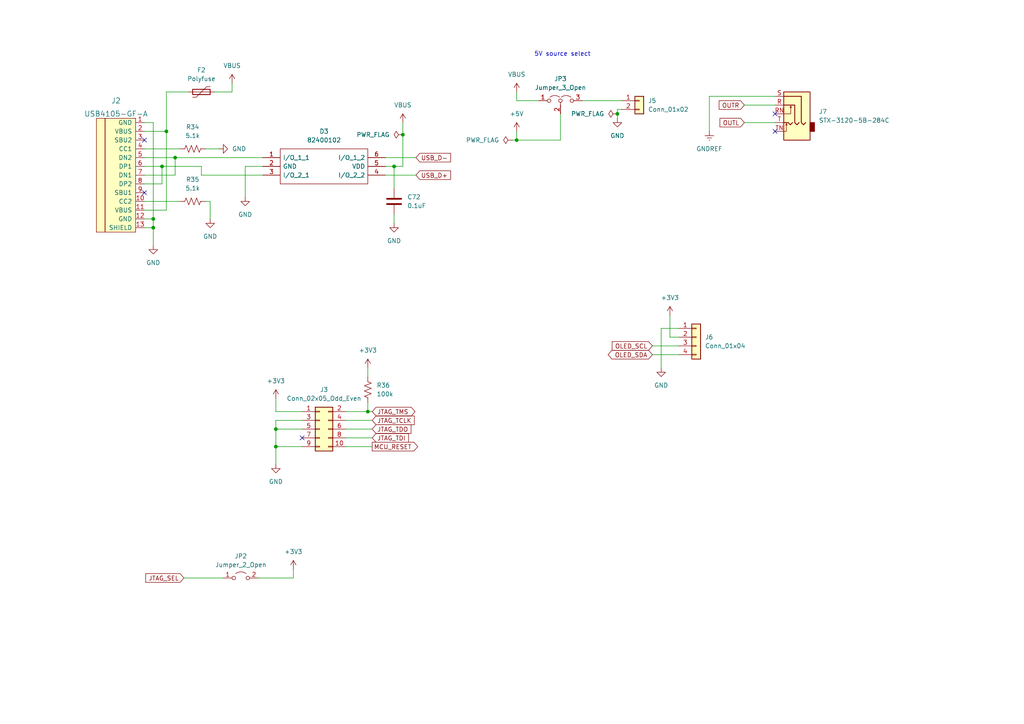
<source format=kicad_sch>
(kicad_sch (version 20211123) (generator eeschema)
  (paper "A4")
  (lib_symbols
    (symbol "Connector:AudioJack3_SwitchTR"
      (property "Reference" "J" (at 0 8.89 0))
      (property "Value" "AudioJack3_SwitchTR" (at 0 6.35 0))
      (symbol "AudioJack3_SwitchTR_0_1"
        (rectangle (start -5.08 -5.08) (end -6.35 -7.62) (stroke (width 0.254)) (fill (type outline)))
        (polyline (pts (xy 0.508 -0.254) (xy 0.762 -0.762)))
        (polyline (pts (xy 1.778 -5.334) (xy 2.032 -5.842)))
        (polyline (pts (xy 0 -5.08) (xy 0.635 -5.715) (xy 1.27 -5.08) (xy 2.54 -5.08)) (stroke (width 0.254)))
        (polyline (pts (xy 2.54 -7.62) (xy 1.778 -7.62) (xy 1.778 -5.334) (xy 1.524 -5.842)))
        (polyline (pts (xy 2.54 -2.54) (xy 0.508 -2.54) (xy 0.508 -0.254) (xy 0.254 -0.762)))
        (polyline (pts (xy -1.905 -5.08) (xy -1.27 -5.715) (xy -0.635 -5.08) (xy -0.635 0) (xy 2.54 0)) (stroke (width 0.254)))
        (polyline (pts (xy 2.54 2.54) (xy -2.54 2.54) (xy -2.54 -5.08) (xy -3.175 -5.715) (xy -3.81 -5.08)) (stroke (width 0.254)))
        (rectangle (start 2.54 3.81) (end -5.08 -10.16) (stroke (width 0.254)) (fill (type background)))
      )
      (symbol "AudioJack3_SwitchTR_1_1"
        (pin passive line (at 5.08 0 180) (length 2.54) (name "~") (number "R"))
        (pin passive line (at 5.08 -2.54 180) (length 2.54) (name "~") (number "RN"))
        (pin passive line (at 5.08 2.54 180) (length 2.54) (name "~") (number "S"))
        (pin passive line (at 5.08 -5.08 180) (length 2.54) (name "~") (number "T"))
        (pin passive line (at 5.08 -7.62 180) (length 2.54) (name "~") (number "TN"))
      )
    )
    (symbol "Connector_Generic:Conn_01x02" (pin_names (offset 1.016) hide)
      (property "Reference" "J" (at 0 2.54 0))
      (property "Value" "Conn_01x02" (at 0 -5.08 0))
      (symbol "Conn_01x02_1_1"
        (rectangle (start -1.27 -2.413) (end 0 -2.667) (stroke (width 0.1524)))
        (rectangle (start -1.27 0.127) (end 0 -0.127) (stroke (width 0.1524)))
        (rectangle (start -1.27 1.27) (end 1.27 -3.81) (stroke (width 0.254)) (fill (type background)))
        (pin passive line (at -5.08 0 0) (length 3.81) (name "Pin_1") (number "1"))
        (pin passive line (at -5.08 -2.54 0) (length 3.81) (name "Pin_2") (number "2"))
      )
    )
    (symbol "Connector_Generic:Conn_01x04" (pin_names (offset 1.016) hide)
      (property "Reference" "J" (at 0 5.08 0))
      (property "Value" "Conn_01x04" (at 0 -7.62 0))
      (symbol "Conn_01x04_1_1"
        (rectangle (start -1.27 -4.953) (end 0 -5.207) (stroke (width 0.1524)))
        (rectangle (start -1.27 -2.413) (end 0 -2.667) (stroke (width 0.1524)))
        (rectangle (start -1.27 0.127) (end 0 -0.127) (stroke (width 0.1524)))
        (rectangle (start -1.27 2.667) (end 0 2.413) (stroke (width 0.1524)))
        (rectangle (start -1.27 3.81) (end 1.27 -6.35) (stroke (width 0.254)) (fill (type background)))
        (pin passive line (at -5.08 2.54 0) (length 3.81) (name "Pin_1") (number "1"))
        (pin passive line (at -5.08 0 0) (length 3.81) (name "Pin_2") (number "2"))
        (pin passive line (at -5.08 -2.54 0) (length 3.81) (name "Pin_3") (number "3"))
        (pin passive line (at -5.08 -5.08 0) (length 3.81) (name "Pin_4") (number "4"))
      )
    )
    (symbol "Connector_Generic:Conn_02x05_Odd_Even" (pin_names (offset 1.016) hide)
      (property "Reference" "J" (at 1.27 7.62 0))
      (property "Value" "Conn_02x05_Odd_Even" (at 1.27 -7.62 0))
      (symbol "Conn_02x05_Odd_Even_1_1"
        (rectangle (start -1.27 -4.953) (end 0 -5.207) (stroke (width 0.1524)))
        (rectangle (start -1.27 -2.413) (end 0 -2.667) (stroke (width 0.1524)))
        (rectangle (start -1.27 0.127) (end 0 -0.127) (stroke (width 0.1524)))
        (rectangle (start -1.27 2.667) (end 0 2.413) (stroke (width 0.1524)))
        (rectangle (start -1.27 5.207) (end 0 4.953) (stroke (width 0.1524)))
        (rectangle (start -1.27 6.35) (end 3.81 -6.35) (stroke (width 0.254)) (fill (type background)))
        (rectangle (start 3.81 -4.953) (end 2.54 -5.207) (stroke (width 0.1524)))
        (rectangle (start 3.81 -2.413) (end 2.54 -2.667) (stroke (width 0.1524)))
        (rectangle (start 3.81 0.127) (end 2.54 -0.127) (stroke (width 0.1524)))
        (rectangle (start 3.81 2.667) (end 2.54 2.413) (stroke (width 0.1524)))
        (rectangle (start 3.81 5.207) (end 2.54 4.953) (stroke (width 0.1524)))
        (pin passive line (at -5.08 5.08 0) (length 3.81) (name "Pin_1") (number "1"))
        (pin passive line (at 7.62 -5.08 180) (length 3.81) (name "Pin_10") (number "10"))
        (pin passive line (at 7.62 5.08 180) (length 3.81) (name "Pin_2") (number "2"))
        (pin passive line (at -5.08 2.54 0) (length 3.81) (name "Pin_3") (number "3"))
        (pin passive line (at 7.62 2.54 180) (length 3.81) (name "Pin_4") (number "4"))
        (pin passive line (at -5.08 0 0) (length 3.81) (name "Pin_5") (number "5"))
        (pin passive line (at 7.62 0 180) (length 3.81) (name "Pin_6") (number "6"))
        (pin passive line (at -5.08 -2.54 0) (length 3.81) (name "Pin_7") (number "7"))
        (pin passive line (at 7.62 -2.54 180) (length 3.81) (name "Pin_8") (number "8"))
        (pin passive line (at -5.08 -5.08 0) (length 3.81) (name "Pin_9") (number "9"))
      )
    )
    (symbol "Device:C" (pin_numbers hide) (pin_names (offset 0.254))
      (property "Reference" "C" (at 0.635 2.54 0))
      (property "Value" "C" (at 0.635 -2.54 0))
      (symbol "C_0_1"
        (polyline (pts (xy -2.032 -0.762) (xy 2.032 -0.762)) (stroke (width 0.508)))
        (polyline (pts (xy -2.032 0.762) (xy 2.032 0.762)) (stroke (width 0.508)))
      )
      (symbol "C_1_1"
        (pin passive line (at 0 3.81 270) (length 2.794) (name "~") (number "1"))
        (pin passive line (at 0 -3.81 90) (length 2.794) (name "~") (number "2"))
      )
    )
    (symbol "Device:Polyfuse" (pin_numbers hide) (pin_names (offset 0))
      (property "Reference" "F" (at -2.54 0 90))
      (property "Value" "Polyfuse" (at 2.54 0 90))
      (symbol "Polyfuse_0_1"
        (rectangle (start -0.762 2.54) (end 0.762 -2.54) (stroke (width 0.254)))
        (polyline (pts (xy 0 2.54) (xy 0 -2.54)))
        (polyline (pts (xy -1.524 2.54) (xy -1.524 1.524) (xy 1.524 -1.524) (xy 1.524 -2.54)))
      )
      (symbol "Polyfuse_1_1"
        (pin passive line (at 0 3.81 270) (length 1.27) (name "~") (number "1"))
        (pin passive line (at 0 -3.81 90) (length 1.27) (name "~") (number "2"))
      )
    )
    (symbol "Device:R_US" (pin_numbers hide) (pin_names (offset 0))
      (property "Reference" "R" (at 2.54 0 90))
      (property "Value" "R_US" (at -2.54 0 90))
      (symbol "R_US_0_1"
        (polyline (pts (xy 0 -2.286) (xy 0 -2.54)))
        (polyline (pts (xy 0 2.286) (xy 0 2.54)))
        (polyline (pts (xy 0 -0.762) (xy 1.016 -1.143) (xy 0 -1.524) (xy -1.016 -1.905) (xy 0 -2.286)))
        (polyline (pts (xy 0 0.762) (xy 1.016 0.381) (xy 0 0) (xy -1.016 -0.381) (xy 0 -0.762)))
        (polyline (pts (xy 0 2.286) (xy 1.016 1.905) (xy 0 1.524) (xy -1.016 1.143) (xy 0 0.762)))
      )
      (symbol "R_US_1_1"
        (pin passive line (at 0 3.81 270) (length 1.27) (name "~") (number "1"))
        (pin passive line (at 0 -3.81 90) (length 1.27) (name "~") (number "2"))
      )
    )
    (symbol "Jumper:Jumper_2_Open" (pin_names (offset 0) hide)
      (property "Reference" "JP" (at 0 2.794 0))
      (property "Value" "Jumper_2_Open" (at 0 -2.286 0))
      (symbol "Jumper_2_Open_0_0"
        (circle (center -2.032 0) (radius 0.508))
        (circle (center 2.032 0) (radius 0.508))
      )
      (symbol "Jumper_2_Open_0_1"
        (arc (start 1.524 1.27) (mid 0 1.778) (end -1.524 1.27))
      )
      (symbol "Jumper_2_Open_1_1"
        (pin passive line (at -5.08 0 0) (length 2.54) (name "A") (number "1"))
        (pin passive line (at 5.08 0 180) (length 2.54) (name "B") (number "2"))
      )
    )
    (symbol "Jumper:Jumper_3_Open" (pin_names (offset 0) hide)
      (property "Reference" "JP" (at -2.54 -2.54 0))
      (property "Value" "Jumper_3_Open" (at 0 2.794 0))
      (symbol "Jumper_3_Open_0_0"
        (circle (center -3.302 0) (radius 0.508))
        (circle (center 0 0) (radius 0.508))
        (circle (center 3.302 0) (radius 0.508))
      )
      (symbol "Jumper_3_Open_0_1"
        (arc (start -0.254 1.016) (mid -1.651 1.4992) (end -3.048 1.016))
        (polyline (pts (xy 0 -0.508) (xy 0 -1.27)))
        (arc (start 3.048 1.016) (mid 1.651 1.4992) (end 0.254 1.016))
      )
      (symbol "Jumper_3_Open_1_1"
        (pin passive line (at -6.35 0 0) (length 2.54) (name "A") (number "1"))
        (pin input line (at 0 -3.81 90) (length 2.54) (name "C") (number "2"))
        (pin passive line (at 6.35 0 180) (length 2.54) (name "B") (number "3"))
      )
    )
    (symbol "SamacSys_Parts:82400102" (pin_names (offset 0.762))
      (property "Reference" "D" (at 31.75 7.62 0))
      (property "Value" "82400102" (at 31.75 5.08 0))
      (symbol "82400102_0_0"
        (pin passive line (at 0 0 0) (length 5.08) (name "I/O_1_1") (number "1"))
        (pin passive line (at 0 -2.54 0) (length 5.08) (name "GND") (number "2"))
        (pin passive line (at 0 -5.08 0) (length 5.08) (name "I/O_2_1") (number "3"))
        (pin passive line (at 35.56 -5.08 180) (length 5.08) (name "I/O_2_2") (number "4"))
        (pin passive line (at 35.56 -2.54 180) (length 5.08) (name "VDD") (number "5"))
        (pin passive line (at 35.56 0 180) (length 5.08) (name "I/O_1_2") (number "6"))
      )
      (symbol "82400102_0_1"
        (polyline (pts (xy 5.08 2.54) (xy 30.48 2.54) (xy 30.48 -7.62) (xy 5.08 -7.62) (xy 5.08 2.54)) (stroke (width 0.1524)))
      )
    )
    (symbol "Type-C:HRO-TYPE-C-31-M-12" (pin_names (offset 1.016))
      (property "Reference" "USB" (at -5.08 16.51 0))
      (property "Value" "HRO-TYPE-C-31-M-12" (at -10.16 -1.27 90))
      (symbol "HRO-TYPE-C-31-M-12_0_1"
        (rectangle (start -11.43 15.24) (end -8.89 -17.78) (fill (type background)))
        (rectangle (start 0 -17.78) (end -8.89 15.24) (fill (type background)))
      )
      (symbol "HRO-TYPE-C-31-M-12_1_1"
        (pin input line (at 2.54 13.97 180) (length 2.54) (name "GND") (number "1"))
        (pin input line (at 2.54 -8.89 180) (length 2.54) (name "CC2") (number "10"))
        (pin input line (at 2.54 -11.43 180) (length 2.54) (name "VBUS") (number "11"))
        (pin input line (at 2.54 -13.97 180) (length 2.54) (name "GND") (number "12"))
        (pin input line (at 2.54 -16.51 180) (length 2.54) (name "SHIELD") (number "13"))
        (pin input line (at 2.54 11.43 180) (length 2.54) (name "VBUS") (number "2"))
        (pin input line (at 2.54 8.89 180) (length 2.54) (name "SBU2") (number "3"))
        (pin input line (at 2.54 6.35 180) (length 2.54) (name "CC1") (number "4"))
        (pin input line (at 2.54 3.81 180) (length 2.54) (name "DN2") (number "5"))
        (pin input line (at 2.54 1.27 180) (length 2.54) (name "DP1") (number "6"))
        (pin input line (at 2.54 -1.27 180) (length 2.54) (name "DN1") (number "7"))
        (pin input line (at 2.54 -3.81 180) (length 2.54) (name "DP2") (number "8"))
        (pin input line (at 2.54 -6.35 180) (length 2.54) (name "SBU1") (number "9"))
      )
    )
    (symbol "power:+3.3V" (power) (pin_names (offset 0))
      (property "Value" "+3.3V" (at 0 3.556 0))
      (symbol "+3.3V_0_1"
        (polyline (pts (xy -0.762 1.27) (xy 0 2.54)))
        (polyline (pts (xy 0 0) (xy 0 2.54)))
        (polyline (pts (xy 0 2.54) (xy 0.762 1.27)))
      )
      (symbol "+3.3V_1_1"
        (pin power_in line (at 0 0 90) (length 0) hide (name "+3V3") (number "1"))
      )
    )
    (symbol "power:+5V" (power) (pin_names (offset 0))
      (property "Value" "+5V" (at 0 3.556 0))
      (symbol "+5V_0_1"
        (polyline (pts (xy -0.762 1.27) (xy 0 2.54)))
        (polyline (pts (xy 0 0) (xy 0 2.54)))
        (polyline (pts (xy 0 2.54) (xy 0.762 1.27)))
      )
      (symbol "+5V_1_1"
        (pin power_in line (at 0 0 90) (length 0) hide (name "+5V") (number "1"))
      )
    )
    (symbol "power:GND" (power) (pin_names (offset 0))
      (property "Value" "GND" (at 0 -3.81 0))
      (symbol "GND_0_1"
        (polyline (pts (xy 0 0) (xy 0 -1.27) (xy 1.27 -1.27) (xy 0 -2.54) (xy -1.27 -1.27) (xy 0 -1.27)))
      )
      (symbol "GND_1_1"
        (pin power_in line (at 0 0 270) (length 0) hide (name "GND") (number "1"))
      )
    )
    (symbol "power:GNDREF" (power) (pin_names (offset 0))
      (property "Value" "GNDREF" (at 0 -3.81 0))
      (symbol "GNDREF_0_1"
        (polyline (pts (xy -0.635 -1.905) (xy 0.635 -1.905)))
        (polyline (pts (xy -0.127 -2.54) (xy 0.127 -2.54)))
        (polyline (pts (xy 0 -1.27) (xy 0 0)))
        (polyline (pts (xy 1.27 -1.27) (xy -1.27 -1.27)))
      )
      (symbol "GNDREF_1_1"
        (pin power_in line (at 0 0 270) (length 0) hide (name "GNDREF") (number "1"))
      )
    )
    (symbol "power:PWR_FLAG" (power) (pin_numbers hide) (pin_names (offset 0) hide)
      (property "Value" "PWR_FLAG" (at 0 3.81 0))
      (symbol "PWR_FLAG_0_0"
        (pin power_out line (at 0 0 90) (length 0) (name "pwr") (number "1"))
      )
      (symbol "PWR_FLAG_0_1"
        (polyline (pts (xy 0 0) (xy 0 1.27) (xy -1.016 1.905) (xy 0 2.54) (xy 1.016 1.905) (xy 0 1.27)))
      )
    )
    (symbol "power:VBUS" (power) (pin_names (offset 0))
      (property "Value" "VBUS" (at 0 3.81 0))
      (symbol "VBUS_0_1"
        (polyline (pts (xy -0.762 1.27) (xy 0 2.54)))
        (polyline (pts (xy 0 0) (xy 0 2.54)))
        (polyline (pts (xy 0 2.54) (xy 0.762 1.27)))
      )
      (symbol "VBUS_1_1"
        (pin power_in line (at 0 0 90) (length 0) hide (name "VBUS") (number "1"))
      )
    )
  )
  (junction (at 48.26 38.1))
  (junction (at 179.07 33.02))
  (junction (at 80.01 124.46))
  (junction (at 149.86 40.64))
  (junction (at 44.45 66.04))
  (junction (at 50.8 45.72))
  (junction (at 114.3 48.26))
  (junction (at 44.45 63.5))
  (junction (at 116.84 39.0696))
  (junction (at 46.99 48.26))
  (junction (at 106.68 119.38))
  (junction (at 80.01 129.54))
  (no_connect (at 87.63 127))
  (no_connect (at 41.91 40.64))
  (no_connect (at 224.79 33.02))
  (no_connect (at 224.79 38.1))
  (no_connect (at 41.91 55.88))
  (wire (pts (xy 111.76 48.26) (xy 114.3 48.26)))
  (wire (pts (xy 71.12 48.26) (xy 71.12 57.15)))
  (wire (pts (xy 48.26 26.67) (xy 54.61 26.67)))
  (wire (pts (xy 194.31 91.44) (xy 194.31 97.79)))
  (wire (pts (xy 46.99 53.34) (xy 46.99 48.26)))
  (wire (pts (xy 50.8 50.8) (xy 50.8 45.72)))
  (wire (pts (xy 53.34 167.64) (xy 64.77 167.64)))
  (wire (pts (xy 114.3 64.77) (xy 114.3 62.23)))
  (wire (pts (xy 205.74 27.94) (xy 224.79 27.94)))
  (wire (pts (xy 149.86 40.64) (xy 162.56 40.64)))
  (wire (pts (xy 196.85 95.25) (xy 191.77 95.25)))
  (wire (pts (xy 191.77 95.25) (xy 191.77 106.68)))
  (wire (pts (xy 100.33 119.38) (xy 106.68 119.38)))
  (wire (pts (xy 44.45 35.56) (xy 44.45 63.5)))
  (wire (pts (xy 46.99 48.26) (xy 58.42 48.26)))
  (wire (pts (xy 80.01 134.62) (xy 80.01 129.54)))
  (wire (pts (xy 41.91 53.34) (xy 46.99 53.34)))
  (wire (pts (xy 41.91 58.42) (xy 52.07 58.42)))
  (wire (pts (xy 179.07 31.75) (xy 179.07 33.02)))
  (wire (pts (xy 111.76 45.72) (xy 120.65 45.72)))
  (wire (pts (xy 148.59 40.64) (xy 149.86 40.64)))
  (wire (pts (xy 41.91 60.96) (xy 48.26 60.96)))
  (wire (pts (xy 80.01 129.54) (xy 87.63 129.54)))
  (wire (pts (xy 100.33 127) (xy 107.95 127)))
  (wire (pts (xy 114.3 48.26) (xy 116.84 48.26)))
  (wire (pts (xy 41.91 43.18) (xy 52.07 43.18)))
  (wire (pts (xy 80.01 121.92) (xy 80.01 124.46)))
  (wire (pts (xy 87.63 124.46) (xy 80.01 124.46)))
  (wire (pts (xy 116.84 39.0696) (xy 116.84 35.56)))
  (wire (pts (xy 41.91 48.26) (xy 46.99 48.26)))
  (wire (pts (xy 59.69 58.42) (xy 60.96 58.42)))
  (wire (pts (xy 85.09 167.64) (xy 85.09 165.1)))
  (wire (pts (xy 58.42 50.8) (xy 76.2 50.8)))
  (wire (pts (xy 100.33 124.46) (xy 107.95 124.46)))
  (wire (pts (xy 189.23 102.87) (xy 196.85 102.87)))
  (wire (pts (xy 41.91 63.5) (xy 44.45 63.5)))
  (wire (pts (xy 168.91 29.21) (xy 180.34 29.21)))
  (wire (pts (xy 87.63 121.92) (xy 80.01 121.92)))
  (wire (pts (xy 100.33 129.54) (xy 107.95 129.54)))
  (wire (pts (xy 215.9 30.48) (xy 224.79 30.48)))
  (wire (pts (xy 80.01 115.57) (xy 80.01 119.38)))
  (wire (pts (xy 100.33 121.92) (xy 107.95 121.92)))
  (wire (pts (xy 149.86 29.21) (xy 156.21 29.21)))
  (wire (pts (xy 116.84 48.26) (xy 116.84 39.0696)))
  (wire (pts (xy 59.69 43.18) (xy 63.5 43.18)))
  (wire (pts (xy 41.91 50.8) (xy 50.8 50.8)))
  (wire (pts (xy 189.23 100.33) (xy 196.85 100.33)))
  (wire (pts (xy 41.91 38.1) (xy 48.26 38.1)))
  (wire (pts (xy 205.74 38.1) (xy 205.74 27.94)))
  (wire (pts (xy 76.2 48.26) (xy 71.12 48.26)))
  (wire (pts (xy 62.23 26.67) (xy 67.31 26.67)))
  (wire (pts (xy 80.01 124.46) (xy 80.01 129.54)))
  (wire (pts (xy 48.26 38.1) (xy 48.26 26.67)))
  (wire (pts (xy 111.76 50.8) (xy 120.65 50.8)))
  (wire (pts (xy 44.45 63.5) (xy 44.45 66.04)))
  (wire (pts (xy 114.3 48.26) (xy 114.3 54.61)))
  (wire (pts (xy 41.91 35.56) (xy 44.45 35.56)))
  (wire (pts (xy 74.93 167.64) (xy 85.09 167.64)))
  (wire (pts (xy 215.9 35.56) (xy 224.79 35.56)))
  (wire (pts (xy 194.31 97.79) (xy 196.85 97.79)))
  (wire (pts (xy 179.07 33.02) (xy 179.07 34.29)))
  (wire (pts (xy 58.42 48.26) (xy 58.42 50.8)))
  (wire (pts (xy 60.96 58.42) (xy 60.96 63.5)))
  (wire (pts (xy 41.91 66.04) (xy 44.45 66.04)))
  (wire (pts (xy 48.26 60.96) (xy 48.26 38.1)))
  (wire (pts (xy 106.68 116.84) (xy 106.68 119.38)))
  (wire (pts (xy 149.86 38.1) (xy 149.86 40.64)))
  (wire (pts (xy 162.56 40.64) (xy 162.56 33.02)))
  (wire (pts (xy 106.68 119.38) (xy 107.95 119.38)))
  (wire (pts (xy 149.86 26.67) (xy 149.86 29.21)))
  (wire (pts (xy 106.68 106.68) (xy 106.68 109.22)))
  (wire (pts (xy 44.45 66.04) (xy 44.45 71.12)))
  (wire (pts (xy 180.34 31.75) (xy 179.07 31.75)))
  (wire (pts (xy 50.8 45.72) (xy 76.2 45.72)))
  (wire (pts (xy 80.01 119.38) (xy 87.63 119.38)))
  (wire (pts (xy 41.91 45.72) (xy 50.8 45.72)))
  (wire (pts (xy 67.31 26.67) (xy 67.31 24.13)))
  (text "5V source select" (at 154.94 16.51 0) (effects (font (size 1.27 1.27)) (justify left bottom)))
  (global_label "MCU_RESET" (shape output) (at 107.95 129.54 0) (property "Intersheet References" "${INTERSHEET_REFS}" (effects hide)))
  (global_label "OUTL" (shape input) (at 215.9 35.56 180) (property "Intersheet References" "${INTERSHEET_REFS}" (effects hide)))
  (global_label "USB_D+" (shape input) (at 120.65 50.8 0) (property "Intersheet References" "${INTERSHEET_REFS}" (effects hide)))
  (global_label "JTAG_TCLK" (shape input) (at 107.95 121.92 0) (property "Intersheet References" "${INTERSHEET_REFS}" (effects hide)))
  (global_label "JTAG_TDO" (shape input) (at 107.95 124.46 0) (property "Intersheet References" "${INTERSHEET_REFS}" (effects hide)))
  (global_label "JTAG_TMS" (shape bidirectional) (at 107.95 119.38 0) (property "Intersheet References" "${INTERSHEET_REFS}" (effects hide)))
  (global_label "USB_D-" (shape input) (at 120.65 45.72 0) (property "Intersheet References" "${INTERSHEET_REFS}" (effects hide)))
  (global_label "OLED_SCL" (shape input) (at 189.23 100.33 180) (property "Intersheet References" "${INTERSHEET_REFS}" (effects hide)))
  (global_label "JTAG_SEL" (shape input) (at 53.34 167.64 180) (property "Intersheet References" "${INTERSHEET_REFS}" (effects hide)))
  (global_label "OLED_SDA" (shape bidirectional) (at 189.23 102.87 180) (property "Intersheet References" "${INTERSHEET_REFS}" (effects hide)))
  (global_label "OUTR" (shape input) (at 215.9 30.48 180) (property "Intersheet References" "${INTERSHEET_REFS}" (effects hide)))
  (global_label "JTAG_TDI" (shape input) (at 107.95 127 0) (property "Intersheet References" "${INTERSHEET_REFS}" (effects hide)))
  (symbol (lib_id "Device:R_US") (at 55.88 43.18 90) (unit 1)
    (property "Reference" "R34" (at 55.88 36.83 90))
    (property "Value" "5.1k" (at 55.88 39.37 90))
    (property "Footprint" "Resistor_SMD:R_0805_2012Metric_Pad1.20x1.40mm_HandSolder" (effects hide))
  )
  (symbol (lib_id "power:PWR_FLAG") (at 148.59 40.64 90) (unit 1)
    (property "Reference" "#FLG0102" (effects hide))
    (property "Value" "PWR_FLAG" (at 144.78 40.6399 90) (effects (justify left)))
  )
  (symbol (lib_id "Connector_Generic:Conn_02x05_Odd_Even") (at 92.71 124.46 0) (unit 1)
    (property "Reference" "J3" (at 93.98 113.03 0))
    (property "Value" "Conn_02x05_Odd_Even" (at 93.98 115.57 0))
  )
  (symbol (lib_id "Device:Polyfuse") (at 58.42 26.67 90) (unit 1)
    (property "Reference" "F2" (at 58.42 20.32 90))
    (property "Value" "Polyfuse" (at 58.42 22.86 90))
  )
  (symbol (lib_id "Jumper:Jumper_2_Open") (at 69.85 167.64 0) (unit 1)
    (property "Reference" "JP2" (at 69.85 161.29 0))
    (property "Value" "Jumper_2_Open" (at 69.85 163.83 0))
    (property "Footprint" "Connector_PinHeader_2.54mm:PinHeader_1x02_P2.54mm_Vertical" (effects hide))
  )
  (symbol (lib_id "power:PWR_FLAG") (at 179.07 33.02 90) (unit 1)
    (property "Reference" "#FLG0101" (effects hide))
    (property "Value" "PWR_FLAG" (at 175.26 33.0199 90) (effects (justify left)))
  )
  (symbol (lib_id "power:GND") (at 191.77 106.68 0) (unit 1)
    (property "Reference" "#PWR0185" (effects hide))
    (property "Value" "GND" (at 191.77 111.76 0))
  )
  (symbol (lib_id "Type-C:HRO-TYPE-C-31-M-12") (at 39.37 49.53 0) (unit 1)
    (property "Reference" "J2" (at 33.655 29.21 0) (effects (font (size 1.524 1.524))))
    (property "Value" "USB4105-GF-A" (at 33.655 33.02 0) (effects (font (size 1.524 1.524))))
  )
  (symbol (lib_id "power:GND") (at 114.3 64.77 0) (unit 1)
    (property "Reference" "#PWR0195" (effects hide))
    (property "Value" "GND" (at 114.3 69.85 0))
  )
  (symbol (lib_id "Device:R_US") (at 106.68 113.03 180) (unit 1)
    (property "Reference" "R36" (at 109.22 111.7599 0) (effects (justify right)))
    (property "Value" "100k" (at 109.22 114.2999 0) (effects (justify right)))
    (property "Footprint" "Resistor_SMD:R_0805_2012Metric_Pad1.20x1.40mm_HandSolder" (effects hide))
  )
  (symbol (lib_id "power:GND") (at 71.12 57.15 0) (unit 1)
    (property "Reference" "#PWR0190" (effects hide))
    (property "Value" "GND" (at 71.12 62.23 0))
  )
  (symbol (lib_id "power:+3.3V") (at 85.09 165.1 0) (unit 1)
    (property "Reference" "#PWR0199" (effects hide))
    (property "Value" "+3.3V" (at 85.09 160.02 0))
  )
  (symbol (lib_id "SamacSys_Parts:82400102") (at 76.2 45.72 0) (unit 1)
    (property "Reference" "D3" (at 93.98 38.1 0))
    (property "Value" "82400102" (at 93.98 40.64 0))
    (property "Footprint" "SamacSys_Parts:SOT95P280X145-6N" (effects hide))
    (property "Datasheet" "http://katalog.we-online.de/pbs/datasheet/82400102.pdf" (effects hide))
    (property "Description" "TVS Diode Array WE-TVS 2-Ch+VDD 5V SOT23 Wurth Elektronik 82400102, Uni-Directional TVS Diode Array Array, 7.7V, 6-Pin SOT-23" (effects hide))
    (property "Height" "1.45" (effects hide))
    (property "Manufacturer_Name" "Wurth Elektronik" (effects hide))
    (property "Manufacturer_Part_Number" "82400102" (effects hide))
    (property "Mouser Part Number" "710-82400102" (effects hide))
    (property "Mouser Price/Stock" "https://www.mouser.co.uk/ProductDetail/Wurth-Elektronik/82400102?qs=Wn16VcyqZWq4x2NXBP4V%252Bw%3D%3D" (effects hide))
  )
  (symbol (lib_id "power:+3.3V") (at 194.31 91.44 0) (unit 1)
    (property "Reference" "#PWR0186" (effects hide))
    (property "Value" "+3.3V" (at 194.31 86.36 0))
  )
  (symbol (lib_id "power:+3.3V") (at 106.68 106.68 0) (unit 1)
    (property "Reference" "#PWR0196" (effects hide))
    (property "Value" "+3.3V" (at 106.68 101.6 0))
  )
  (symbol (lib_id "Jumper:Jumper_3_Open") (at 162.56 29.21 0) (unit 1)
    (property "Reference" "JP3" (at 162.56 22.86 0))
    (property "Value" "Jumper_3_Open" (at 162.56 25.4 0))
    (property "Footprint" "Connector_PinHeader_2.54mm:PinHeader_1x03_P2.54mm_Vertical" (effects hide))
  )
  (symbol (lib_id "power:VBUS") (at 67.31 24.13 0) (unit 1)
    (property "Reference" "#PWR0192" (effects hide))
    (property "Value" "VBUS" (at 67.31 19.05 0))
  )
  (symbol (lib_id "power:GND") (at 179.07 34.29 0) (unit 1)
    (property "Reference" "#PWR0189" (effects hide))
    (property "Value" "GND" (at 179.07 39.37 0))
  )
  (symbol (lib_id "Device:R_US") (at 55.88 58.42 90) (unit 1)
    (property "Reference" "R35" (at 55.88 52.07 90))
    (property "Value" "5.1k" (at 55.88 54.61 90))
    (property "Footprint" "Resistor_SMD:R_0805_2012Metric_Pad1.20x1.40mm_HandSolder" (effects hide))
  )
  (symbol (lib_id "Connector_Generic:Conn_01x02") (at 185.42 29.21 0) (unit 1)
    (property "Reference" "J5" (at 187.96 29.2099 0) (effects (justify left)))
    (property "Value" "Conn_01x02" (at 187.96 31.7499 0) (effects (justify left)))
    (property "Footprint" "Connector_PinHeader_2.54mm:PinHeader_1x02_P2.54mm_Vertical" (effects hide))
  )
  (symbol (lib_id "power:PWR_FLAG") (at 116.84 39.0696 90) (unit 1)
    (property "Reference" "#FLG04" (effects hide))
    (property "Value" "PWR_FLAG" (at 113.03 39.0695 90) (effects (justify left)))
  )
  (symbol (lib_id "Connector:AudioJack3_SwitchTR") (at 229.87 30.48 0) (mirror y) (unit 1)
    (property "Reference" "J7" (at 237.49 32.3849 0) (effects (justify right)))
    (property "Value" "STX-3120-5B-284C" (at 237.49 34.9249 0) (effects (justify right)))
    (property "Footprint" "SamacSys_Parts:STX31205B284C" (effects hide))
  )
  (symbol (lib_id "power:VBUS") (at 149.86 26.67 0) (unit 1)
    (property "Reference" "#PWR0188" (effects hide))
    (property "Value" "VBUS" (at 149.86 21.59 0))
  )
  (symbol (lib_id "Connector_Generic:Conn_01x04") (at 201.93 97.79 0) (unit 1)
    (property "Reference" "J6" (at 204.47 97.7899 0) (effects (justify left)))
    (property "Value" "Conn_01x04" (at 204.47 100.3299 0) (effects (justify left)))
    (property "Footprint" "Connector_PinHeader_2.54mm:PinHeader_1x04_P2.54mm_Vertical" (effects hide))
  )
  (symbol (lib_id "power:GND") (at 60.96 63.5 0) (unit 1)
    (property "Reference" "#PWR0193" (effects hide))
    (property "Value" "GND" (at 60.96 68.58 0))
  )
  (symbol (lib_id "power:GND") (at 63.5 43.18 90) (unit 1)
    (property "Reference" "#PWR0191" (effects hide))
    (property "Value" "GND" (at 67.31 43.1799 90) (effects (justify right)))
  )
  (symbol (lib_id "power:GND") (at 80.01 134.62 0) (unit 1)
    (property "Reference" "#PWR0198" (effects hide))
    (property "Value" "GND" (at 80.01 139.7 0))
  )
  (symbol (lib_id "Device:C") (at 114.3 58.42 0) (unit 1)
    (property "Reference" "C72" (at 118.11 57.1499 0) (effects (justify left)))
    (property "Value" "0.1uF" (at 118.11 59.6899 0) (effects (justify left)))
    (property "Footprint" "Capacitor_SMD:C_0805_2012Metric_Pad1.18x1.45mm_HandSolder" (effects hide))
  )
  (symbol (lib_id "power:+5V") (at 149.86 38.1 0) (unit 1)
    (property "Reference" "#PWR0183" (effects hide))
    (property "Value" "+5V" (at 149.86 33.02 0))
  )
  (symbol (lib_id "power:GNDREF") (at 205.74 38.1 0) (unit 1)
    (property "Reference" "#PWR0184" (effects hide))
    (property "Value" "GNDREF" (at 205.74 43.18 0))
  )
  (symbol (lib_id "power:+3.3V") (at 80.01 115.57 0) (unit 1)
    (property "Reference" "#PWR0197" (effects hide))
    (property "Value" "+3.3V" (at 80.01 110.49 0))
  )
  (symbol (lib_id "power:VBUS") (at 116.84 35.56 0) (unit 1)
    (property "Reference" "#PWR0187" (effects hide))
    (property "Value" "VBUS" (at 116.84 30.48 0))
  )
  (symbol (lib_id "power:GND") (at 44.45 71.12 0) (unit 1)
    (property "Reference" "#PWR0194" (effects hide))
    (property "Value" "GND" (at 44.45 76.2 0))
  )
)
</source>
